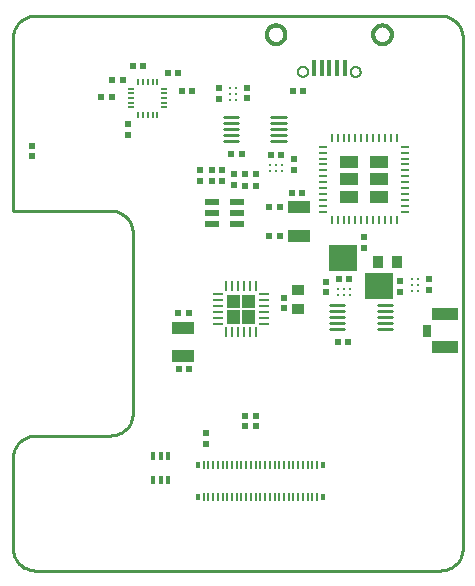
<source format=gbr>
G04 EAGLE Gerber RS-274X export*
G75*
%MOMM*%
%FSLAX34Y34*%
%LPD*%
%INSolderpaste Bottom*%
%IPPOS*%
%AMOC8*
5,1,8,0,0,1.08239X$1,22.5*%
G01*
%ADD10R,0.812800X0.203200*%
%ADD11R,0.203200X0.812800*%
%ADD12R,0.620000X0.620000*%
%ADD13R,1.000000X0.950000*%
%ADD14R,0.950000X1.000000*%
%ADD15C,0.325000*%
%ADD16C,0.200000*%
%ADD17R,0.400000X1.350000*%
%ADD18R,2.489200X2.235200*%
%ADD19R,0.500000X0.500000*%
%ADD20R,1.500000X1.000000*%
%ADD21R,0.750000X0.250000*%
%ADD22R,0.250000X0.750000*%
%ADD23C,0.254000*%
%ADD24R,1.206400X0.480000*%
%ADD25C,0.250000*%
%ADD26R,1.900000X1.100000*%
%ADD27R,2.200000X1.050000*%
%ADD28R,0.800000X1.000000*%
%ADD29R,0.304800X0.673100*%
%ADD30R,0.230000X0.660000*%
%ADD31R,0.299200X0.609200*%
%ADD32R,0.600000X0.200000*%
%ADD33R,0.200000X0.600000*%

G36*
X192042Y222109D02*
X192042Y222109D01*
X192044Y222108D01*
X192087Y222128D01*
X192131Y222146D01*
X192131Y222148D01*
X192133Y222149D01*
X192166Y222234D01*
X192166Y233188D01*
X192165Y233190D01*
X192166Y233192D01*
X192146Y233235D01*
X192128Y233279D01*
X192126Y233279D01*
X192125Y233281D01*
X192040Y233314D01*
X181086Y233314D01*
X181084Y233313D01*
X181082Y233314D01*
X181039Y233294D01*
X180995Y233276D01*
X180995Y233274D01*
X180993Y233273D01*
X180960Y233188D01*
X180960Y222234D01*
X180961Y222232D01*
X180960Y222230D01*
X180980Y222187D01*
X180998Y222143D01*
X181000Y222143D01*
X181001Y222141D01*
X181086Y222108D01*
X192040Y222108D01*
X192042Y222109D01*
G37*
G36*
X204996Y222109D02*
X204996Y222109D01*
X204998Y222108D01*
X205041Y222128D01*
X205085Y222146D01*
X205085Y222148D01*
X205087Y222149D01*
X205120Y222234D01*
X205120Y233188D01*
X205119Y233190D01*
X205120Y233192D01*
X205100Y233235D01*
X205082Y233279D01*
X205080Y233279D01*
X205079Y233281D01*
X204994Y233314D01*
X194040Y233314D01*
X194038Y233313D01*
X194036Y233314D01*
X193993Y233294D01*
X193949Y233276D01*
X193949Y233274D01*
X193947Y233273D01*
X193914Y233188D01*
X193914Y222234D01*
X193915Y222232D01*
X193914Y222230D01*
X193934Y222187D01*
X193952Y222143D01*
X193954Y222143D01*
X193955Y222141D01*
X194040Y222108D01*
X204994Y222108D01*
X204996Y222109D01*
G37*
G36*
X192042Y209155D02*
X192042Y209155D01*
X192044Y209154D01*
X192087Y209174D01*
X192131Y209192D01*
X192131Y209194D01*
X192133Y209195D01*
X192166Y209280D01*
X192166Y220234D01*
X192165Y220236D01*
X192166Y220238D01*
X192146Y220281D01*
X192128Y220325D01*
X192126Y220325D01*
X192125Y220327D01*
X192040Y220360D01*
X181086Y220360D01*
X181084Y220359D01*
X181082Y220360D01*
X181039Y220340D01*
X180995Y220322D01*
X180995Y220320D01*
X180993Y220319D01*
X180960Y220234D01*
X180960Y209280D01*
X180961Y209278D01*
X180960Y209276D01*
X180980Y209233D01*
X180998Y209189D01*
X181000Y209189D01*
X181001Y209187D01*
X181086Y209154D01*
X192040Y209154D01*
X192042Y209155D01*
G37*
G36*
X204996Y209155D02*
X204996Y209155D01*
X204998Y209154D01*
X205041Y209174D01*
X205085Y209192D01*
X205085Y209194D01*
X205087Y209195D01*
X205120Y209280D01*
X205120Y220234D01*
X205119Y220236D01*
X205120Y220238D01*
X205100Y220281D01*
X205082Y220325D01*
X205080Y220325D01*
X205079Y220327D01*
X204994Y220360D01*
X194040Y220360D01*
X194038Y220359D01*
X194036Y220360D01*
X193993Y220340D01*
X193949Y220322D01*
X193949Y220320D01*
X193947Y220319D01*
X193914Y220234D01*
X193914Y209280D01*
X193915Y209278D01*
X193914Y209276D01*
X193934Y209233D01*
X193952Y209189D01*
X193954Y209189D01*
X193955Y209187D01*
X194040Y209154D01*
X204994Y209154D01*
X204996Y209155D01*
G37*
D10*
X212725Y233934D03*
X212725Y228854D03*
X212725Y223774D03*
X212725Y218694D03*
X212725Y213614D03*
X212725Y208534D03*
D11*
X205740Y201549D03*
X200660Y201549D03*
X195580Y201549D03*
X190500Y201549D03*
X185420Y201549D03*
X180340Y201549D03*
D10*
X173355Y208534D03*
X173355Y213614D03*
X173355Y218694D03*
X173355Y223774D03*
X173355Y228854D03*
X173355Y233934D03*
D11*
X180340Y240919D03*
X185420Y240919D03*
X190500Y240919D03*
X195580Y240919D03*
X200660Y240919D03*
X205740Y240919D03*
D12*
X297389Y282331D03*
X297389Y273331D03*
X265049Y235530D03*
X265049Y244530D03*
X275789Y247015D03*
X284789Y247015D03*
D13*
X241427Y237235D03*
X241427Y221235D03*
D12*
X229362Y230941D03*
X229362Y221941D03*
X245120Y319704D03*
X236120Y319704D03*
X149280Y170942D03*
X140280Y170942D03*
X139772Y217932D03*
X148772Y217932D03*
X352298Y237562D03*
X352298Y246562D03*
X328168Y244784D03*
X328168Y235784D03*
X226070Y283128D03*
X217070Y283128D03*
X227385Y351917D03*
X218385Y351917D03*
X237871Y339035D03*
X237871Y348035D03*
X226070Y307512D03*
X217070Y307512D03*
X205795Y335788D03*
X196795Y335788D03*
X168220Y339217D03*
X177220Y339217D03*
D14*
X309500Y260985D03*
X325500Y260985D03*
D15*
X215095Y453644D02*
X215097Y453837D01*
X215104Y454030D01*
X215116Y454223D01*
X215133Y454416D01*
X215154Y454608D01*
X215180Y454800D01*
X215211Y454990D01*
X215246Y455180D01*
X215286Y455369D01*
X215331Y455557D01*
X215380Y455744D01*
X215434Y455930D01*
X215492Y456114D01*
X215555Y456297D01*
X215623Y456478D01*
X215694Y456658D01*
X215771Y456835D01*
X215851Y457011D01*
X215936Y457185D01*
X216025Y457356D01*
X216118Y457526D01*
X216215Y457693D01*
X216317Y457857D01*
X216422Y458019D01*
X216532Y458178D01*
X216645Y458335D01*
X216762Y458489D01*
X216883Y458640D01*
X217007Y458788D01*
X217135Y458933D01*
X217267Y459074D01*
X217402Y459212D01*
X217540Y459347D01*
X217681Y459479D01*
X217826Y459607D01*
X217974Y459731D01*
X218125Y459852D01*
X218279Y459969D01*
X218436Y460082D01*
X218595Y460192D01*
X218757Y460297D01*
X218921Y460399D01*
X219088Y460496D01*
X219258Y460589D01*
X219429Y460678D01*
X219603Y460763D01*
X219779Y460843D01*
X219956Y460920D01*
X220136Y460991D01*
X220317Y461059D01*
X220500Y461122D01*
X220684Y461180D01*
X220870Y461234D01*
X221057Y461283D01*
X221245Y461328D01*
X221434Y461368D01*
X221624Y461403D01*
X221814Y461434D01*
X222006Y461460D01*
X222198Y461481D01*
X222391Y461498D01*
X222584Y461510D01*
X222777Y461517D01*
X222970Y461519D01*
X223163Y461517D01*
X223356Y461510D01*
X223549Y461498D01*
X223742Y461481D01*
X223934Y461460D01*
X224126Y461434D01*
X224316Y461403D01*
X224506Y461368D01*
X224695Y461328D01*
X224883Y461283D01*
X225070Y461234D01*
X225256Y461180D01*
X225440Y461122D01*
X225623Y461059D01*
X225804Y460991D01*
X225984Y460920D01*
X226161Y460843D01*
X226337Y460763D01*
X226511Y460678D01*
X226682Y460589D01*
X226852Y460496D01*
X227019Y460399D01*
X227183Y460297D01*
X227345Y460192D01*
X227504Y460082D01*
X227661Y459969D01*
X227815Y459852D01*
X227966Y459731D01*
X228114Y459607D01*
X228259Y459479D01*
X228400Y459347D01*
X228538Y459212D01*
X228673Y459074D01*
X228805Y458933D01*
X228933Y458788D01*
X229057Y458640D01*
X229178Y458489D01*
X229295Y458335D01*
X229408Y458178D01*
X229518Y458019D01*
X229623Y457857D01*
X229725Y457693D01*
X229822Y457526D01*
X229915Y457356D01*
X230004Y457185D01*
X230089Y457011D01*
X230169Y456835D01*
X230246Y456658D01*
X230317Y456478D01*
X230385Y456297D01*
X230448Y456114D01*
X230506Y455930D01*
X230560Y455744D01*
X230609Y455557D01*
X230654Y455369D01*
X230694Y455180D01*
X230729Y454990D01*
X230760Y454800D01*
X230786Y454608D01*
X230807Y454416D01*
X230824Y454223D01*
X230836Y454030D01*
X230843Y453837D01*
X230845Y453644D01*
X230843Y453451D01*
X230836Y453258D01*
X230824Y453065D01*
X230807Y452872D01*
X230786Y452680D01*
X230760Y452488D01*
X230729Y452298D01*
X230694Y452108D01*
X230654Y451919D01*
X230609Y451731D01*
X230560Y451544D01*
X230506Y451358D01*
X230448Y451174D01*
X230385Y450991D01*
X230317Y450810D01*
X230246Y450630D01*
X230169Y450453D01*
X230089Y450277D01*
X230004Y450103D01*
X229915Y449932D01*
X229822Y449762D01*
X229725Y449595D01*
X229623Y449431D01*
X229518Y449269D01*
X229408Y449110D01*
X229295Y448953D01*
X229178Y448799D01*
X229057Y448648D01*
X228933Y448500D01*
X228805Y448355D01*
X228673Y448214D01*
X228538Y448076D01*
X228400Y447941D01*
X228259Y447809D01*
X228114Y447681D01*
X227966Y447557D01*
X227815Y447436D01*
X227661Y447319D01*
X227504Y447206D01*
X227345Y447096D01*
X227183Y446991D01*
X227019Y446889D01*
X226852Y446792D01*
X226682Y446699D01*
X226511Y446610D01*
X226337Y446525D01*
X226161Y446445D01*
X225984Y446368D01*
X225804Y446297D01*
X225623Y446229D01*
X225440Y446166D01*
X225256Y446108D01*
X225070Y446054D01*
X224883Y446005D01*
X224695Y445960D01*
X224506Y445920D01*
X224316Y445885D01*
X224126Y445854D01*
X223934Y445828D01*
X223742Y445807D01*
X223549Y445790D01*
X223356Y445778D01*
X223163Y445771D01*
X222970Y445769D01*
X222777Y445771D01*
X222584Y445778D01*
X222391Y445790D01*
X222198Y445807D01*
X222006Y445828D01*
X221814Y445854D01*
X221624Y445885D01*
X221434Y445920D01*
X221245Y445960D01*
X221057Y446005D01*
X220870Y446054D01*
X220684Y446108D01*
X220500Y446166D01*
X220317Y446229D01*
X220136Y446297D01*
X219956Y446368D01*
X219779Y446445D01*
X219603Y446525D01*
X219429Y446610D01*
X219258Y446699D01*
X219088Y446792D01*
X218921Y446889D01*
X218757Y446991D01*
X218595Y447096D01*
X218436Y447206D01*
X218279Y447319D01*
X218125Y447436D01*
X217974Y447557D01*
X217826Y447681D01*
X217681Y447809D01*
X217540Y447941D01*
X217402Y448076D01*
X217267Y448214D01*
X217135Y448355D01*
X217007Y448500D01*
X216883Y448648D01*
X216762Y448799D01*
X216645Y448953D01*
X216532Y449110D01*
X216422Y449269D01*
X216317Y449431D01*
X216215Y449595D01*
X216118Y449762D01*
X216025Y449932D01*
X215936Y450103D01*
X215851Y450277D01*
X215771Y450453D01*
X215694Y450630D01*
X215623Y450810D01*
X215555Y450991D01*
X215492Y451174D01*
X215434Y451358D01*
X215380Y451544D01*
X215331Y451731D01*
X215286Y451919D01*
X215246Y452108D01*
X215211Y452298D01*
X215180Y452488D01*
X215154Y452680D01*
X215133Y452872D01*
X215116Y453065D01*
X215104Y453258D01*
X215097Y453451D01*
X215095Y453644D01*
X305095Y453644D02*
X305097Y453837D01*
X305104Y454030D01*
X305116Y454223D01*
X305133Y454416D01*
X305154Y454608D01*
X305180Y454800D01*
X305211Y454990D01*
X305246Y455180D01*
X305286Y455369D01*
X305331Y455557D01*
X305380Y455744D01*
X305434Y455930D01*
X305492Y456114D01*
X305555Y456297D01*
X305623Y456478D01*
X305694Y456658D01*
X305771Y456835D01*
X305851Y457011D01*
X305936Y457185D01*
X306025Y457356D01*
X306118Y457526D01*
X306215Y457693D01*
X306317Y457857D01*
X306422Y458019D01*
X306532Y458178D01*
X306645Y458335D01*
X306762Y458489D01*
X306883Y458640D01*
X307007Y458788D01*
X307135Y458933D01*
X307267Y459074D01*
X307402Y459212D01*
X307540Y459347D01*
X307681Y459479D01*
X307826Y459607D01*
X307974Y459731D01*
X308125Y459852D01*
X308279Y459969D01*
X308436Y460082D01*
X308595Y460192D01*
X308757Y460297D01*
X308921Y460399D01*
X309088Y460496D01*
X309258Y460589D01*
X309429Y460678D01*
X309603Y460763D01*
X309779Y460843D01*
X309956Y460920D01*
X310136Y460991D01*
X310317Y461059D01*
X310500Y461122D01*
X310684Y461180D01*
X310870Y461234D01*
X311057Y461283D01*
X311245Y461328D01*
X311434Y461368D01*
X311624Y461403D01*
X311814Y461434D01*
X312006Y461460D01*
X312198Y461481D01*
X312391Y461498D01*
X312584Y461510D01*
X312777Y461517D01*
X312970Y461519D01*
X313163Y461517D01*
X313356Y461510D01*
X313549Y461498D01*
X313742Y461481D01*
X313934Y461460D01*
X314126Y461434D01*
X314316Y461403D01*
X314506Y461368D01*
X314695Y461328D01*
X314883Y461283D01*
X315070Y461234D01*
X315256Y461180D01*
X315440Y461122D01*
X315623Y461059D01*
X315804Y460991D01*
X315984Y460920D01*
X316161Y460843D01*
X316337Y460763D01*
X316511Y460678D01*
X316682Y460589D01*
X316852Y460496D01*
X317019Y460399D01*
X317183Y460297D01*
X317345Y460192D01*
X317504Y460082D01*
X317661Y459969D01*
X317815Y459852D01*
X317966Y459731D01*
X318114Y459607D01*
X318259Y459479D01*
X318400Y459347D01*
X318538Y459212D01*
X318673Y459074D01*
X318805Y458933D01*
X318933Y458788D01*
X319057Y458640D01*
X319178Y458489D01*
X319295Y458335D01*
X319408Y458178D01*
X319518Y458019D01*
X319623Y457857D01*
X319725Y457693D01*
X319822Y457526D01*
X319915Y457356D01*
X320004Y457185D01*
X320089Y457011D01*
X320169Y456835D01*
X320246Y456658D01*
X320317Y456478D01*
X320385Y456297D01*
X320448Y456114D01*
X320506Y455930D01*
X320560Y455744D01*
X320609Y455557D01*
X320654Y455369D01*
X320694Y455180D01*
X320729Y454990D01*
X320760Y454800D01*
X320786Y454608D01*
X320807Y454416D01*
X320824Y454223D01*
X320836Y454030D01*
X320843Y453837D01*
X320845Y453644D01*
X320843Y453451D01*
X320836Y453258D01*
X320824Y453065D01*
X320807Y452872D01*
X320786Y452680D01*
X320760Y452488D01*
X320729Y452298D01*
X320694Y452108D01*
X320654Y451919D01*
X320609Y451731D01*
X320560Y451544D01*
X320506Y451358D01*
X320448Y451174D01*
X320385Y450991D01*
X320317Y450810D01*
X320246Y450630D01*
X320169Y450453D01*
X320089Y450277D01*
X320004Y450103D01*
X319915Y449932D01*
X319822Y449762D01*
X319725Y449595D01*
X319623Y449431D01*
X319518Y449269D01*
X319408Y449110D01*
X319295Y448953D01*
X319178Y448799D01*
X319057Y448648D01*
X318933Y448500D01*
X318805Y448355D01*
X318673Y448214D01*
X318538Y448076D01*
X318400Y447941D01*
X318259Y447809D01*
X318114Y447681D01*
X317966Y447557D01*
X317815Y447436D01*
X317661Y447319D01*
X317504Y447206D01*
X317345Y447096D01*
X317183Y446991D01*
X317019Y446889D01*
X316852Y446792D01*
X316682Y446699D01*
X316511Y446610D01*
X316337Y446525D01*
X316161Y446445D01*
X315984Y446368D01*
X315804Y446297D01*
X315623Y446229D01*
X315440Y446166D01*
X315256Y446108D01*
X315070Y446054D01*
X314883Y446005D01*
X314695Y445960D01*
X314506Y445920D01*
X314316Y445885D01*
X314126Y445854D01*
X313934Y445828D01*
X313742Y445807D01*
X313549Y445790D01*
X313356Y445778D01*
X313163Y445771D01*
X312970Y445769D01*
X312777Y445771D01*
X312584Y445778D01*
X312391Y445790D01*
X312198Y445807D01*
X312006Y445828D01*
X311814Y445854D01*
X311624Y445885D01*
X311434Y445920D01*
X311245Y445960D01*
X311057Y446005D01*
X310870Y446054D01*
X310684Y446108D01*
X310500Y446166D01*
X310317Y446229D01*
X310136Y446297D01*
X309956Y446368D01*
X309779Y446445D01*
X309603Y446525D01*
X309429Y446610D01*
X309258Y446699D01*
X309088Y446792D01*
X308921Y446889D01*
X308757Y446991D01*
X308595Y447096D01*
X308436Y447206D01*
X308279Y447319D01*
X308125Y447436D01*
X307974Y447557D01*
X307826Y447681D01*
X307681Y447809D01*
X307540Y447941D01*
X307402Y448076D01*
X307267Y448214D01*
X307135Y448355D01*
X307007Y448500D01*
X306883Y448648D01*
X306762Y448799D01*
X306645Y448953D01*
X306532Y449110D01*
X306422Y449269D01*
X306317Y449431D01*
X306215Y449595D01*
X306118Y449762D01*
X306025Y449932D01*
X305936Y450103D01*
X305851Y450277D01*
X305771Y450453D01*
X305694Y450630D01*
X305623Y450810D01*
X305555Y450991D01*
X305492Y451174D01*
X305434Y451358D01*
X305380Y451544D01*
X305331Y451731D01*
X305286Y451919D01*
X305246Y452108D01*
X305211Y452298D01*
X305180Y452488D01*
X305154Y452680D01*
X305133Y452872D01*
X305116Y453065D01*
X305104Y453258D01*
X305097Y453451D01*
X305095Y453644D01*
D16*
X241470Y422394D02*
X241472Y422524D01*
X241478Y422654D01*
X241488Y422784D01*
X241502Y422914D01*
X241520Y423043D01*
X241542Y423171D01*
X241567Y423299D01*
X241597Y423426D01*
X241631Y423552D01*
X241668Y423676D01*
X241709Y423800D01*
X241754Y423922D01*
X241803Y424043D01*
X241855Y424162D01*
X241911Y424280D01*
X241971Y424396D01*
X242034Y424510D01*
X242101Y424622D01*
X242171Y424731D01*
X242244Y424839D01*
X242320Y424944D01*
X242400Y425047D01*
X242483Y425148D01*
X242569Y425246D01*
X242658Y425341D01*
X242750Y425434D01*
X242844Y425523D01*
X242941Y425610D01*
X243041Y425693D01*
X243144Y425774D01*
X243248Y425851D01*
X243355Y425925D01*
X243465Y425996D01*
X243576Y426064D01*
X243690Y426128D01*
X243805Y426188D01*
X243922Y426245D01*
X244041Y426298D01*
X244162Y426348D01*
X244283Y426394D01*
X244407Y426436D01*
X244531Y426474D01*
X244657Y426509D01*
X244783Y426540D01*
X244911Y426566D01*
X245039Y426589D01*
X245168Y426608D01*
X245297Y426623D01*
X245427Y426634D01*
X245557Y426641D01*
X245687Y426644D01*
X245818Y426643D01*
X245948Y426638D01*
X246078Y426629D01*
X246207Y426616D01*
X246337Y426599D01*
X246465Y426578D01*
X246593Y426553D01*
X246720Y426525D01*
X246846Y426492D01*
X246971Y426456D01*
X247095Y426415D01*
X247218Y426371D01*
X247339Y426324D01*
X247459Y426272D01*
X247577Y426217D01*
X247693Y426158D01*
X247807Y426096D01*
X247920Y426030D01*
X248030Y425961D01*
X248138Y425889D01*
X248244Y425813D01*
X248348Y425734D01*
X248449Y425652D01*
X248548Y425567D01*
X248644Y425479D01*
X248737Y425388D01*
X248827Y425294D01*
X248914Y425197D01*
X248999Y425098D01*
X249080Y424996D01*
X249158Y424892D01*
X249233Y424786D01*
X249305Y424677D01*
X249373Y424566D01*
X249438Y424453D01*
X249499Y424338D01*
X249557Y424221D01*
X249611Y424103D01*
X249662Y423983D01*
X249709Y423861D01*
X249752Y423738D01*
X249791Y423614D01*
X249827Y423489D01*
X249858Y423362D01*
X249886Y423235D01*
X249910Y423107D01*
X249930Y422978D01*
X249946Y422849D01*
X249958Y422719D01*
X249966Y422589D01*
X249970Y422459D01*
X249970Y422329D01*
X249966Y422199D01*
X249958Y422069D01*
X249946Y421939D01*
X249930Y421810D01*
X249910Y421681D01*
X249886Y421553D01*
X249858Y421426D01*
X249827Y421299D01*
X249791Y421174D01*
X249752Y421050D01*
X249709Y420927D01*
X249662Y420805D01*
X249611Y420685D01*
X249557Y420567D01*
X249499Y420450D01*
X249438Y420335D01*
X249373Y420222D01*
X249305Y420111D01*
X249233Y420002D01*
X249158Y419896D01*
X249080Y419792D01*
X248999Y419690D01*
X248914Y419591D01*
X248827Y419494D01*
X248737Y419400D01*
X248644Y419309D01*
X248548Y419221D01*
X248449Y419136D01*
X248348Y419054D01*
X248244Y418975D01*
X248138Y418899D01*
X248030Y418827D01*
X247920Y418758D01*
X247807Y418692D01*
X247693Y418630D01*
X247577Y418571D01*
X247459Y418516D01*
X247339Y418464D01*
X247218Y418417D01*
X247095Y418373D01*
X246971Y418332D01*
X246846Y418296D01*
X246720Y418263D01*
X246593Y418235D01*
X246465Y418210D01*
X246337Y418189D01*
X246207Y418172D01*
X246078Y418159D01*
X245948Y418150D01*
X245818Y418145D01*
X245687Y418144D01*
X245557Y418147D01*
X245427Y418154D01*
X245297Y418165D01*
X245168Y418180D01*
X245039Y418199D01*
X244911Y418222D01*
X244783Y418248D01*
X244657Y418279D01*
X244531Y418314D01*
X244407Y418352D01*
X244283Y418394D01*
X244162Y418440D01*
X244041Y418490D01*
X243922Y418543D01*
X243805Y418600D01*
X243690Y418660D01*
X243576Y418724D01*
X243465Y418792D01*
X243355Y418863D01*
X243248Y418937D01*
X243144Y419014D01*
X243041Y419095D01*
X242941Y419178D01*
X242844Y419265D01*
X242750Y419354D01*
X242658Y419447D01*
X242569Y419542D01*
X242483Y419640D01*
X242400Y419741D01*
X242320Y419844D01*
X242244Y419949D01*
X242171Y420057D01*
X242101Y420166D01*
X242034Y420278D01*
X241971Y420392D01*
X241911Y420508D01*
X241855Y420626D01*
X241803Y420745D01*
X241754Y420866D01*
X241709Y420988D01*
X241668Y421112D01*
X241631Y421236D01*
X241597Y421362D01*
X241567Y421489D01*
X241542Y421617D01*
X241520Y421745D01*
X241502Y421874D01*
X241488Y422004D01*
X241478Y422134D01*
X241472Y422264D01*
X241470Y422394D01*
X285970Y422394D02*
X285972Y422524D01*
X285978Y422654D01*
X285988Y422784D01*
X286002Y422914D01*
X286020Y423043D01*
X286042Y423171D01*
X286067Y423299D01*
X286097Y423426D01*
X286131Y423552D01*
X286168Y423676D01*
X286209Y423800D01*
X286254Y423922D01*
X286303Y424043D01*
X286355Y424162D01*
X286411Y424280D01*
X286471Y424396D01*
X286534Y424510D01*
X286601Y424622D01*
X286671Y424731D01*
X286744Y424839D01*
X286820Y424944D01*
X286900Y425047D01*
X286983Y425148D01*
X287069Y425246D01*
X287158Y425341D01*
X287250Y425434D01*
X287344Y425523D01*
X287441Y425610D01*
X287541Y425693D01*
X287644Y425774D01*
X287748Y425851D01*
X287855Y425925D01*
X287965Y425996D01*
X288076Y426064D01*
X288190Y426128D01*
X288305Y426188D01*
X288422Y426245D01*
X288541Y426298D01*
X288662Y426348D01*
X288783Y426394D01*
X288907Y426436D01*
X289031Y426474D01*
X289157Y426509D01*
X289283Y426540D01*
X289411Y426566D01*
X289539Y426589D01*
X289668Y426608D01*
X289797Y426623D01*
X289927Y426634D01*
X290057Y426641D01*
X290187Y426644D01*
X290318Y426643D01*
X290448Y426638D01*
X290578Y426629D01*
X290707Y426616D01*
X290837Y426599D01*
X290965Y426578D01*
X291093Y426553D01*
X291220Y426525D01*
X291346Y426492D01*
X291471Y426456D01*
X291595Y426415D01*
X291718Y426371D01*
X291839Y426324D01*
X291959Y426272D01*
X292077Y426217D01*
X292193Y426158D01*
X292307Y426096D01*
X292420Y426030D01*
X292530Y425961D01*
X292638Y425889D01*
X292744Y425813D01*
X292848Y425734D01*
X292949Y425652D01*
X293048Y425567D01*
X293144Y425479D01*
X293237Y425388D01*
X293327Y425294D01*
X293414Y425197D01*
X293499Y425098D01*
X293580Y424996D01*
X293658Y424892D01*
X293733Y424786D01*
X293805Y424677D01*
X293873Y424566D01*
X293938Y424453D01*
X293999Y424338D01*
X294057Y424221D01*
X294111Y424103D01*
X294162Y423983D01*
X294209Y423861D01*
X294252Y423738D01*
X294291Y423614D01*
X294327Y423489D01*
X294358Y423362D01*
X294386Y423235D01*
X294410Y423107D01*
X294430Y422978D01*
X294446Y422849D01*
X294458Y422719D01*
X294466Y422589D01*
X294470Y422459D01*
X294470Y422329D01*
X294466Y422199D01*
X294458Y422069D01*
X294446Y421939D01*
X294430Y421810D01*
X294410Y421681D01*
X294386Y421553D01*
X294358Y421426D01*
X294327Y421299D01*
X294291Y421174D01*
X294252Y421050D01*
X294209Y420927D01*
X294162Y420805D01*
X294111Y420685D01*
X294057Y420567D01*
X293999Y420450D01*
X293938Y420335D01*
X293873Y420222D01*
X293805Y420111D01*
X293733Y420002D01*
X293658Y419896D01*
X293580Y419792D01*
X293499Y419690D01*
X293414Y419591D01*
X293327Y419494D01*
X293237Y419400D01*
X293144Y419309D01*
X293048Y419221D01*
X292949Y419136D01*
X292848Y419054D01*
X292744Y418975D01*
X292638Y418899D01*
X292530Y418827D01*
X292420Y418758D01*
X292307Y418692D01*
X292193Y418630D01*
X292077Y418571D01*
X291959Y418516D01*
X291839Y418464D01*
X291718Y418417D01*
X291595Y418373D01*
X291471Y418332D01*
X291346Y418296D01*
X291220Y418263D01*
X291093Y418235D01*
X290965Y418210D01*
X290837Y418189D01*
X290707Y418172D01*
X290578Y418159D01*
X290448Y418150D01*
X290318Y418145D01*
X290187Y418144D01*
X290057Y418147D01*
X289927Y418154D01*
X289797Y418165D01*
X289668Y418180D01*
X289539Y418199D01*
X289411Y418222D01*
X289283Y418248D01*
X289157Y418279D01*
X289031Y418314D01*
X288907Y418352D01*
X288783Y418394D01*
X288662Y418440D01*
X288541Y418490D01*
X288422Y418543D01*
X288305Y418600D01*
X288190Y418660D01*
X288076Y418724D01*
X287965Y418792D01*
X287855Y418863D01*
X287748Y418937D01*
X287644Y419014D01*
X287541Y419095D01*
X287441Y419178D01*
X287344Y419265D01*
X287250Y419354D01*
X287158Y419447D01*
X287069Y419542D01*
X286983Y419640D01*
X286900Y419741D01*
X286820Y419844D01*
X286744Y419949D01*
X286671Y420057D01*
X286601Y420166D01*
X286534Y420278D01*
X286471Y420392D01*
X286411Y420508D01*
X286355Y420626D01*
X286303Y420745D01*
X286254Y420866D01*
X286209Y420988D01*
X286168Y421112D01*
X286131Y421236D01*
X286097Y421362D01*
X286067Y421489D01*
X286042Y421617D01*
X286020Y421745D01*
X286002Y421874D01*
X285988Y422004D01*
X285978Y422134D01*
X285972Y422264D01*
X285970Y422394D01*
D17*
X267970Y425644D03*
X261470Y425644D03*
X280970Y425644D03*
X274470Y425644D03*
X254970Y425644D03*
D18*
X310261Y241046D03*
X279654Y264668D03*
D19*
X187071Y326716D03*
X187071Y335716D03*
X205795Y325882D03*
X196795Y325882D03*
X158369Y329764D03*
X158369Y338764D03*
X177220Y329565D03*
X168220Y329565D03*
X206121Y131246D03*
X206121Y122246D03*
X196596Y131246D03*
X196596Y122246D03*
X163449Y107260D03*
X163449Y116260D03*
D20*
X310044Y316298D03*
X310044Y331298D03*
X310044Y346298D03*
X285044Y346298D03*
X285044Y331298D03*
X285044Y316298D03*
D21*
X262794Y303798D03*
X262794Y308798D03*
X262794Y313798D03*
X262794Y318798D03*
X262794Y323798D03*
X262794Y328798D03*
X262794Y333798D03*
X262794Y338798D03*
X262794Y343798D03*
X262794Y348798D03*
X262794Y353798D03*
X262794Y358798D03*
D22*
X270044Y366048D03*
X275044Y366048D03*
X280044Y366048D03*
X285044Y366048D03*
X290044Y366048D03*
X295044Y366048D03*
X300044Y366048D03*
X305044Y366048D03*
X310044Y366048D03*
X315044Y366048D03*
X320044Y366048D03*
X325044Y366048D03*
D21*
X332294Y358798D03*
X332294Y353798D03*
X332294Y348798D03*
X332294Y343798D03*
X332294Y338798D03*
X332294Y333798D03*
X332294Y328798D03*
X332294Y323798D03*
X332294Y318798D03*
X332294Y313798D03*
X332294Y308798D03*
X332294Y303798D03*
D22*
X325044Y296548D03*
X320044Y296548D03*
X315044Y296548D03*
X310044Y296548D03*
X305044Y296548D03*
X300044Y296548D03*
X295044Y296548D03*
X290044Y296548D03*
X285044Y296548D03*
X280044Y296548D03*
X275044Y296548D03*
X270044Y296548D03*
D23*
X275289Y233085D03*
X275289Y238085D03*
X280289Y233085D03*
X280289Y238085D03*
X285289Y233085D03*
X285289Y238085D03*
X227885Y343368D03*
X227885Y338368D03*
X222885Y343368D03*
X222885Y338368D03*
X217885Y343368D03*
X217885Y338368D03*
D24*
X168832Y293395D03*
X168832Y302895D03*
X168832Y312395D03*
X189816Y312395D03*
X189816Y302895D03*
X189816Y293395D03*
D25*
X190474Y363888D02*
X178474Y363888D01*
X178474Y368888D02*
X190474Y368888D01*
X190474Y373888D02*
X178474Y373888D01*
X178474Y378888D02*
X190474Y378888D01*
X190474Y383888D02*
X178474Y383888D01*
X218974Y383888D02*
X230974Y383888D01*
X230974Y378888D02*
X218974Y378888D01*
X218974Y373888D02*
X230974Y373888D01*
X230974Y368888D02*
X218974Y368888D01*
X218974Y363888D02*
X230974Y363888D01*
X268644Y204630D02*
X280644Y204630D01*
X280644Y209630D02*
X268644Y209630D01*
X268644Y214630D02*
X280644Y214630D01*
X280644Y219630D02*
X268644Y219630D01*
X268644Y224630D02*
X280644Y224630D01*
X309144Y224630D02*
X321144Y224630D01*
X321144Y219630D02*
X309144Y219630D01*
X309144Y214630D02*
X321144Y214630D01*
X321144Y209630D02*
X309144Y209630D01*
X309144Y204630D02*
X321144Y204630D01*
D23*
X343368Y236554D03*
X338368Y236554D03*
X343368Y241554D03*
X338368Y241554D03*
X343368Y246554D03*
X338368Y246554D03*
D26*
X144272Y205548D03*
X144272Y181548D03*
X242398Y283574D03*
X242398Y307574D03*
D27*
X365506Y216950D03*
X365506Y189450D03*
D28*
X350256Y203200D03*
D29*
X118595Y97219D03*
X125095Y97219D03*
X131595Y97219D03*
X131595Y77026D03*
X125095Y77026D03*
X118595Y77026D03*
D12*
X197866Y399741D03*
X197866Y408741D03*
X174879Y399614D03*
X174879Y408614D03*
D23*
X188809Y398606D03*
X183809Y398606D03*
X188809Y403606D03*
X183809Y403606D03*
X188809Y408606D03*
X183809Y408606D03*
D12*
X184984Y352298D03*
X193984Y352298D03*
X275154Y193548D03*
X284154Y193548D03*
D30*
X161550Y62650D03*
X161550Y89750D03*
X165550Y62650D03*
X165550Y89750D03*
X169550Y62650D03*
X169550Y89750D03*
X173550Y62650D03*
X173550Y89750D03*
X177550Y62650D03*
X177550Y89750D03*
X181550Y62650D03*
X181550Y89750D03*
X185550Y62650D03*
X185550Y89750D03*
X189550Y62650D03*
X189550Y89750D03*
X193550Y62650D03*
X193550Y89750D03*
X197550Y62650D03*
X197550Y89750D03*
X201550Y62650D03*
X201550Y89750D03*
X205550Y62650D03*
X205550Y89750D03*
X209550Y62650D03*
X209550Y89750D03*
X213550Y62650D03*
X213550Y89750D03*
X217550Y62650D03*
X217550Y89750D03*
X221550Y62650D03*
X221550Y89750D03*
X225550Y62650D03*
X225550Y89750D03*
X229550Y62650D03*
X229550Y89750D03*
X233550Y62650D03*
X233550Y89750D03*
X237550Y62650D03*
X237550Y89750D03*
X241550Y62650D03*
X241550Y89750D03*
X245550Y62650D03*
X245550Y89750D03*
D31*
X262300Y62650D03*
X262300Y89750D03*
X156800Y62650D03*
X156800Y89750D03*
D30*
X249550Y62650D03*
X249550Y89750D03*
X253550Y62650D03*
X253550Y89750D03*
X257550Y62650D03*
X257550Y89750D03*
D32*
X100300Y392050D03*
X100300Y396050D03*
X100300Y400050D03*
X100300Y404050D03*
X100300Y408050D03*
D33*
X106300Y414050D03*
X110300Y414050D03*
X114300Y414050D03*
X118300Y414050D03*
X122300Y414050D03*
D32*
X128300Y408050D03*
X128300Y404050D03*
X128300Y400050D03*
X128300Y396050D03*
X128300Y392050D03*
D33*
X122300Y386050D03*
X118300Y386050D03*
X114300Y386050D03*
X110300Y386050D03*
X106300Y386050D03*
D12*
X83621Y400558D03*
X74621Y400558D03*
X93273Y415163D03*
X84273Y415163D03*
X142947Y405638D03*
X151947Y405638D03*
X97536Y378134D03*
X97536Y369134D03*
X101418Y427228D03*
X110418Y427228D03*
D19*
X16637Y359846D03*
X16637Y350846D03*
D12*
X140009Y421259D03*
X131009Y421259D03*
D19*
X236800Y406400D03*
X245800Y406400D03*
D23*
X0Y19050D02*
X73Y17390D01*
X289Y15742D01*
X649Y14120D01*
X1149Y12535D01*
X1785Y10999D01*
X2552Y9525D01*
X3445Y8123D01*
X4457Y6805D01*
X5580Y5580D01*
X6805Y4457D01*
X8123Y3445D01*
X9525Y2552D01*
X10999Y1785D01*
X12535Y1149D01*
X14120Y649D01*
X15742Y289D01*
X17390Y73D01*
X19050Y0D01*
X361950Y0D01*
X363610Y73D01*
X365258Y289D01*
X366881Y649D01*
X368465Y1149D01*
X370001Y1785D01*
X371475Y2552D01*
X372877Y3445D01*
X374195Y4457D01*
X375420Y5580D01*
X376543Y6805D01*
X377555Y8123D01*
X378448Y9525D01*
X379215Y10999D01*
X379851Y12535D01*
X380351Y14120D01*
X380711Y15742D01*
X380928Y17390D01*
X381000Y19050D01*
X381000Y450850D01*
X380928Y452510D01*
X380711Y454158D01*
X380351Y455781D01*
X379851Y457365D01*
X379215Y458901D01*
X378448Y460375D01*
X377555Y461777D01*
X376543Y463095D01*
X375420Y464320D01*
X374195Y465443D01*
X372877Y466455D01*
X371475Y467348D01*
X370001Y468115D01*
X368465Y468751D01*
X366881Y469251D01*
X365258Y469611D01*
X363610Y469828D01*
X361950Y469900D01*
X19050Y469900D01*
X17390Y469828D01*
X15742Y469611D01*
X14120Y469251D01*
X12535Y468751D01*
X10999Y468115D01*
X9525Y467348D01*
X8123Y466455D01*
X6805Y465443D01*
X5580Y464320D01*
X4457Y463095D01*
X3445Y461777D01*
X2552Y460375D01*
X1785Y458901D01*
X1149Y457365D01*
X649Y455781D01*
X289Y454158D01*
X73Y452510D01*
X0Y450850D01*
X0Y304800D01*
X82550Y304800D01*
X84210Y304728D01*
X85858Y304511D01*
X87481Y304151D01*
X89065Y303651D01*
X90601Y303015D01*
X92075Y302248D01*
X93477Y301355D01*
X94795Y300343D01*
X96020Y299220D01*
X97143Y297995D01*
X98155Y296677D01*
X99048Y295275D01*
X99815Y293801D01*
X100451Y292265D01*
X100951Y290681D01*
X101311Y289058D01*
X101528Y287410D01*
X101600Y285750D01*
X101600Y133350D01*
X101528Y131690D01*
X101311Y130042D01*
X100951Y128420D01*
X100451Y126835D01*
X99815Y125299D01*
X99048Y123825D01*
X98155Y122423D01*
X97143Y121105D01*
X96020Y119880D01*
X94795Y118757D01*
X93477Y117745D01*
X92075Y116852D01*
X90601Y116085D01*
X89065Y115449D01*
X87481Y114949D01*
X85858Y114589D01*
X84210Y114373D01*
X82550Y114300D01*
X19050Y114300D01*
X17390Y114228D01*
X15742Y114011D01*
X14120Y113651D01*
X12535Y113151D01*
X10999Y112515D01*
X9525Y111748D01*
X8123Y110855D01*
X6805Y109843D01*
X5580Y108720D01*
X4457Y107495D01*
X3445Y106177D01*
X2552Y104775D01*
X1785Y103301D01*
X1149Y101765D01*
X649Y100181D01*
X289Y98558D01*
X73Y96910D01*
X0Y95250D01*
X0Y19050D01*
M02*

</source>
